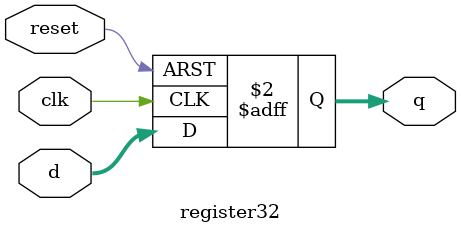
<source format=v>
module register32(
    input clk,
    input reset,
    input [31:0] d,
    output reg [31:0] q
);

// Register updates on rising clock edge
always @(posedge clk or posedge reset) begin
    if (reset)
        q <= 32'b0;     // Clear register
    else
        q <= d;         // Store input data
end

endmodule

</source>
